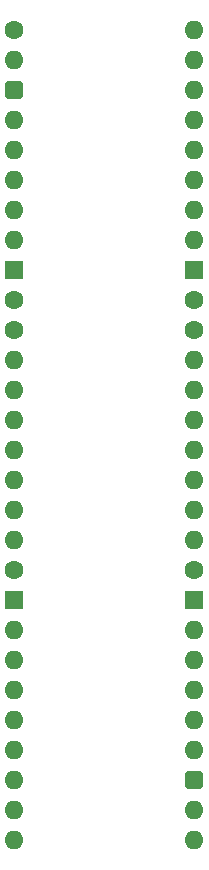
<source format=gbs>
%TF.GenerationSoftware,KiCad,Pcbnew,8.0.3*%
%TF.CreationDate,2024-06-30T10:36:16+02:00*%
%TF.ProjectId,Video Address Counter,56696465-6f20-4416-9464-726573732043,rev?*%
%TF.SameCoordinates,PX4756f08PY2e063a0*%
%TF.FileFunction,Soldermask,Bot*%
%TF.FilePolarity,Negative*%
%FSLAX46Y46*%
G04 Gerber Fmt 4.6, Leading zero omitted, Abs format (unit mm)*
G04 Created by KiCad (PCBNEW 8.0.3) date 2024-06-30 10:36:16*
%MOMM*%
%LPD*%
G01*
G04 APERTURE LIST*
G04 Aperture macros list*
%AMRoundRect*
0 Rectangle with rounded corners*
0 $1 Rounding radius*
0 $2 $3 $4 $5 $6 $7 $8 $9 X,Y pos of 4 corners*
0 Add a 4 corners polygon primitive as box body*
4,1,4,$2,$3,$4,$5,$6,$7,$8,$9,$2,$3,0*
0 Add four circle primitives for the rounded corners*
1,1,$1+$1,$2,$3*
1,1,$1+$1,$4,$5*
1,1,$1+$1,$6,$7*
1,1,$1+$1,$8,$9*
0 Add four rect primitives between the rounded corners*
20,1,$1+$1,$2,$3,$4,$5,0*
20,1,$1+$1,$4,$5,$6,$7,0*
20,1,$1+$1,$6,$7,$8,$9,0*
20,1,$1+$1,$8,$9,$2,$3,0*%
G04 Aperture macros list end*
%ADD10C,1.600000*%
%ADD11O,1.600000X1.600000*%
%ADD12RoundRect,0.400000X-0.400000X-0.400000X0.400000X-0.400000X0.400000X0.400000X-0.400000X0.400000X0*%
%ADD13R,1.600000X1.600000*%
G04 APERTURE END LIST*
D10*
%TO.C,J1*%
X0Y0D03*
D11*
X0Y-2540000D03*
D12*
X0Y-5080000D03*
D11*
X0Y-7620000D03*
X0Y-10160000D03*
X0Y-12700000D03*
X0Y-15240000D03*
X0Y-17780000D03*
D13*
X0Y-20320000D03*
D10*
X0Y-22860000D03*
X0Y-25400000D03*
D11*
X0Y-27940000D03*
X0Y-30480000D03*
X0Y-33020000D03*
X0Y-35560000D03*
X0Y-38100000D03*
X0Y-40640000D03*
X0Y-43180000D03*
D10*
X0Y-45720000D03*
D13*
X0Y-48260000D03*
D11*
X0Y-50800000D03*
X0Y-53340000D03*
X0Y-55880000D03*
X0Y-58420000D03*
X0Y-60960000D03*
X0Y-63500000D03*
X0Y-66040000D03*
X0Y-68580000D03*
X15240000Y-68580000D03*
X15240000Y-66040000D03*
D12*
X15240000Y-63500000D03*
D11*
X15240000Y-60960000D03*
X15240000Y-58420000D03*
X15240000Y-55880000D03*
X15240000Y-53340000D03*
X15240000Y-50800000D03*
D13*
X15240000Y-48260000D03*
D10*
X15240000Y-45720000D03*
D11*
X15240000Y-43180000D03*
X15240000Y-40640000D03*
X15240000Y-38100000D03*
X15240000Y-35560000D03*
X15240000Y-33020000D03*
X15240000Y-30480000D03*
X15240000Y-27940000D03*
D10*
X15240000Y-25400000D03*
X15240000Y-22860000D03*
D13*
X15240000Y-20320000D03*
D11*
X15240000Y-17780000D03*
X15240000Y-15240000D03*
X15240000Y-12700000D03*
X15240000Y-10160000D03*
X15240000Y-7620000D03*
X15240000Y-5080000D03*
X15240000Y-2540000D03*
X15240000Y0D03*
%TD*%
M02*

</source>
